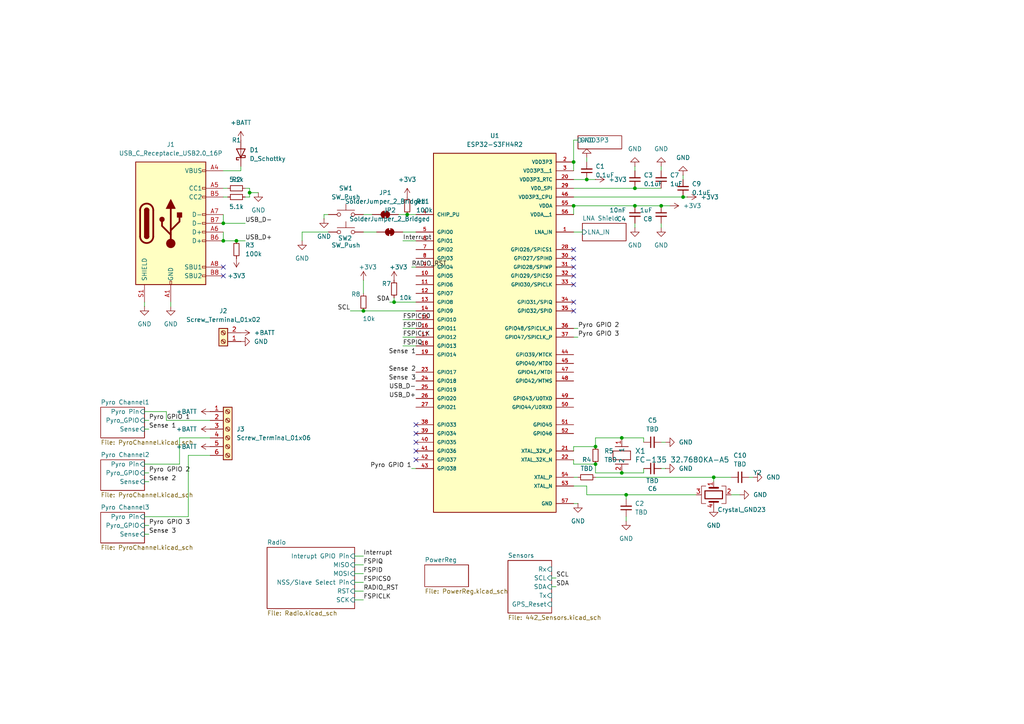
<source format=kicad_sch>
(kicad_sch (version 20250114) (generator "eeschema") (generator_version "9.0")
  (paper "A4")
  (lib_symbols
    (symbol "Connector:Screw_Terminal_01x02" (pin_names (offset 1.016) (hide yes))
      (property "Reference" "J" (at 0 2.54 0))
      (property "Value" "Screw_Terminal_01x02" (at 0 -5.08 0))
      (symbol "Screw_Terminal_01x02_1_1"
        (rectangle (start -1.27 1.27) (end 1.27 -3.81) (stroke (width 0.254)) (fill (type background)))
        (polyline (pts (xy -0.5334 0.3302) (xy 0.3302 -0.508)) (stroke (width 0.1524)))
        (polyline (pts (xy -0.5334 -2.2098) (xy 0.3302 -3.048)) (stroke (width 0.1524)))
        (polyline (pts (xy -0.3556 0.508) (xy 0.508 -0.3302)) (stroke (width 0.1524)))
        (polyline (pts (xy -0.3556 -2.032) (xy 0.508 -2.8702)) (stroke (width 0.1524)))
        (circle (center 0 0) (radius 0.635) (stroke (width 0.1524)))
        (circle (center 0 -2.54) (radius 0.635) (stroke (width 0.1524)))
        (pin passive line (at -5.08 0 0) (length 3.81) (name "Pin_1") (number "1"))
        (pin passive line (at -5.08 -2.54 0) (length 3.81) (name "Pin_2") (number "2"))
      )
    )
    (symbol "Connector:Screw_Terminal_01x06" (pin_names (offset 1.016) (hide yes))
      (property "Reference" "J" (at 0 7.62 0))
      (property "Value" "Screw_Terminal_01x06" (at 0 -10.16 0))
      (symbol "Screw_Terminal_01x06_1_1"
        (rectangle (start -1.27 6.35) (end 1.27 -8.89) (stroke (width 0.254)) (fill (type background)))
        (polyline (pts (xy -0.5334 5.4102) (xy 0.3302 4.572)) (stroke (width 0.1524)))
        (polyline (pts (xy -0.5334 2.8702) (xy 0.3302 2.032)) (stroke (width 0.1524)))
        (polyline (pts (xy -0.5334 0.3302) (xy 0.3302 -0.508)) (stroke (width 0.1524)))
        (polyline (pts (xy -0.5334 -2.2098) (xy 0.3302 -3.048)) (stroke (width 0.1524)))
        (polyline (pts (xy -0.5334 -4.7498) (xy 0.3302 -5.588)) (stroke (width 0.1524)))
        (polyline (pts (xy -0.5334 -7.2898) (xy 0.3302 -8.128)) (stroke (width 0.1524)))
        (polyline (pts (xy -0.3556 5.588) (xy 0.508 4.7498)) (stroke (width 0.1524)))
        (polyline (pts (xy -0.3556 3.048) (xy 0.508 2.2098)) (stroke (width 0.1524)))
        (polyline (pts (xy -0.3556 0.508) (xy 0.508 -0.3302)) (stroke (width 0.1524)))
        (polyline (pts (xy -0.3556 -2.032) (xy 0.508 -2.8702)) (stroke (width 0.1524)))
        (polyline (pts (xy -0.3556 -4.572) (xy 0.508 -5.4102)) (stroke (width 0.1524)))
        (polyline (pts (xy -0.3556 -7.112) (xy 0.508 -7.9502)) (stroke (width 0.1524)))
        (circle (center 0 5.08) (radius 0.635) (stroke (width 0.1524)))
        (circle (center 0 2.54) (radius 0.635) (stroke (width 0.1524)))
        (circle (center 0 0) (radius 0.635) (stroke (width 0.1524)))
        (circle (center 0 -2.54) (radius 0.635) (stroke (width 0.1524)))
        (circle (center 0 -5.08) (radius 0.635) (stroke (width 0.1524)))
        (circle (center 0 -7.62) (radius 0.635) (stroke (width 0.1524)))
        (pin passive line (at -5.08 5.08 0) (length 3.81) (name "Pin_1") (number "1"))
        (pin passive line (at -5.08 2.54 0) (length 3.81) (name "Pin_2") (number "2"))
        (pin passive line (at -5.08 0 0) (length 3.81) (name "Pin_3") (number "3"))
        (pin passive line (at -5.08 -2.54 0) (length 3.81) (name "Pin_4") (number "4"))
        (pin passive line (at -5.08 -5.08 0) (length 3.81) (name "Pin_5") (number "5"))
        (pin passive line (at -5.08 -7.62 0) (length 3.81) (name "Pin_6") (number "6"))
      )
    )
    (symbol "Connector:USB_C_Receptacle_USB2.0_16P" (pin_names (offset 1.016))
      (property "Reference" "J" (at 0 22.225 0))
      (property "Value" "USB_C_Receptacle_USB2.0_16P" (at 0 19.685 0))
      (symbol "USB_C_Receptacle_USB2.0_16P_0_0"
        (rectangle (start -0.254 -17.78) (end 0.254 -16.764))
        (rectangle (start 10.16 15.494) (end 9.144 14.986))
        (rectangle (start 10.16 10.414) (end 9.144 9.906))
        (rectangle (start 10.16 7.874) (end 9.144 7.366))
        (rectangle (start 10.16 2.794) (end 9.144 2.286))
        (rectangle (start 10.16 0.254) (end 9.144 -0.254))
        (rectangle (start 10.16 -2.286) (end 9.144 -2.794))
        (rectangle (start 10.16 -4.826) (end 9.144 -5.334))
        (rectangle (start 10.16 -12.446) (end 9.144 -12.954))
        (rectangle (start 10.16 -14.986) (end 9.144 -15.494))
      )
      (symbol "USB_C_Receptacle_USB2.0_16P_0_1"
        (rectangle (start -10.16 17.78) (end 10.16 -17.78) (stroke (width 0.254)) (fill (type background)))
        (polyline (pts (xy -8.89 -3.81) (xy -8.89 3.81)) (stroke (width 0.508)))
        (rectangle (start -7.62 -3.81) (end -6.35 3.81) (stroke (width 0.254)) (fill (type outline)))
        (arc (start -7.62 3.81) (mid -6.985 4.4423) (end -6.35 3.81) (stroke (width 0.254)))
        (arc (start -7.62 3.81) (mid -6.985 4.4423) (end -6.35 3.81) (stroke (width 0.254)) (fill (type outline)))
        (arc (start -8.89 3.81) (mid -6.985 5.7067) (end -5.08 3.81) (stroke (width 0.508)))
        (arc (start -5.08 -3.81) (mid -6.985 -5.7067) (end -8.89 -3.81) (stroke (width 0.508)))
        (arc (start -6.35 -3.81) (mid -6.985 -4.4423) (end -7.62 -3.81) (stroke (width 0.254)))
        (arc (start -6.35 -3.81) (mid -6.985 -4.4423) (end -7.62 -3.81) (stroke (width 0.254)) (fill (type outline)))
        (polyline (pts (xy -5.08 3.81) (xy -5.08 -3.81)) (stroke (width 0.508)))
        (circle (center -2.54 1.143) (radius 0.635) (stroke (width 0.254)) (fill (type outline)))
        (polyline (pts (xy -1.27 4.318) (xy 0 6.858) (xy 1.27 4.318) (xy -1.27 4.318)) (stroke (width 0.254)) (fill (type outline)))
        (polyline (pts (xy 0 -2.032) (xy 2.54 0.508) (xy 2.54 1.778)) (stroke (width 0.508)))
        (polyline (pts (xy 0 -3.302) (xy -2.54 -0.762) (xy -2.54 0.508)) (stroke (width 0.508)))
        (polyline (pts (xy 0 -5.842) (xy 0 4.318)) (stroke (width 0.508)))
        (circle (center 0 -5.842) (radius 1.27) (fill (type outline)))
        (rectangle (start 1.905 1.778) (end 3.175 3.048) (stroke (width 0.254)) (fill (type outline)))
      )
      (symbol "USB_C_Receptacle_USB2.0_16P_1_1"
        (pin passive line (at -7.62 -22.86 90) (length 5.08) (name "SHIELD") (number "S1"))
        (pin passive line (at 0 -22.86 90) (length 5.08) (name "GND") (number "A1"))
        (pin passive line (at 0 -22.86 90) (length 5.08) (hide yes) (name "GND") (number "A12"))
        (pin passive line (at 0 -22.86 90) (length 5.08) (hide yes) (name "GND") (number "B1"))
        (pin passive line (at 0 -22.86 90) (length 5.08) (hide yes) (name "GND") (number "B12"))
        (pin passive line (at 15.24 15.24 180) (length 5.08) (name "VBUS") (number "A4"))
        (pin passive line (at 15.24 15.24 180) (length 5.08) (hide yes) (name "VBUS") (number "A9"))
        (pin passive line (at 15.24 15.24 180) (length 5.08) (hide yes) (name "VBUS") (number "B4"))
        (pin passive line (at 15.24 15.24 180) (length 5.08) (hide yes) (name "VBUS") (number "B9"))
        (pin bidirectional line (at 15.24 10.16 180) (length 5.08) (name "CC1") (number "A5"))
        (pin bidirectional line (at 15.24 7.62 180) (length 5.08) (name "CC2") (number "B5"))
        (pin bidirectional line (at 15.24 2.54 180) (length 5.08) (name "D-") (number "A7"))
        (pin bidirectional line (at 15.24 0 180) (length 5.08) (name "D-") (number "B7"))
        (pin bidirectional line (at 15.24 -2.54 180) (length 5.08) (name "D+") (number "A6"))
        (pin bidirectional line (at 15.24 -5.08 180) (length 5.08) (name "D+") (number "B6"))
        (pin bidirectional line (at 15.24 -12.7 180) (length 5.08) (name "SBU1") (number "A8"))
        (pin bidirectional line (at 15.24 -15.24 180) (length 5.08) (name "SBU2") (number "B8"))
      )
    )
    (symbol "Device:C_Small" (pin_numbers (hide yes)) (pin_names (offset 0.254) (hide yes))
      (property "Reference" "C" (at 0.254 1.778 0))
      (property "Value" "C_Small" (at 0.254 -2.032 0))
      (symbol "C_Small_0_1"
        (polyline (pts (xy -1.524 0.508) (xy 1.524 0.508)) (stroke (width 0.3048)))
        (polyline (pts (xy -1.524 -0.508) (xy 1.524 -0.508)) (stroke (width 0.3302)))
      )
      (symbol "C_Small_1_1"
        (pin passive line (at 0 2.54 270) (length 2.032) (name "~") (number "1"))
        (pin passive line (at 0 -2.54 90) (length 2.032) (name "~") (number "2"))
      )
    )
    (symbol "Device:Crystal_GND23" (pin_names (offset 1.016) (hide yes))
      (property "Reference" "Y" (at 3.175 5.08 0))
      (property "Value" "Crystal_GND23" (at 3.175 3.175 0))
      (symbol "Crystal_GND23_0_1"
        (polyline (pts (xy -2.54 2.286) (xy -2.54 3.556) (xy 2.54 3.556) (xy 2.54 2.286)))
        (polyline (pts (xy -2.54 0) (xy -2.032 0)))
        (polyline (pts (xy -2.54 -2.286) (xy -2.54 -3.556) (xy 2.54 -3.556) (xy 2.54 -2.286)))
        (polyline (pts (xy -2.032 -1.27) (xy -2.032 1.27)) (stroke (width 0.508)))
        (rectangle (start -1.143 2.54) (end 1.143 -2.54) (stroke (width 0.3048)))
        (polyline (pts (xy 0 3.556) (xy 0 3.81)))
        (polyline (pts (xy 0 -3.81) (xy 0 -3.556)))
        (polyline (pts (xy 2.032 0) (xy 2.54 0)))
        (polyline (pts (xy 2.032 -1.27) (xy 2.032 1.27)) (stroke (width 0.508)))
      )
      (symbol "Crystal_GND23_1_1"
        (pin passive line (at -3.81 0 0) (length 1.27) (name "1") (number "1"))
        (pin passive line (at 0 5.08 270) (length 1.27) (name "2") (number "2"))
        (pin passive line (at 0 -5.08 90) (length 1.27) (name "3") (number "3"))
        (pin passive line (at 3.81 0 180) (length 1.27) (name "4") (number "4"))
      )
    )
    (symbol "Device:D_Schottky" (pin_numbers (hide yes)) (pin_names (offset 1.016) (hide yes))
      (property "Reference" "D" (at 0 2.54 0))
      (property "Value" "D_Schottky" (at 0 -2.54 0))
      (symbol "D_Schottky_0_1"
        (polyline (pts (xy -1.905 0.635) (xy -1.905 1.27) (xy -1.27 1.27) (xy -1.27 -1.27) (xy -0.635 -1.27) (xy -0.635 -0.635)) (stroke (width 0.254)))
        (polyline (pts (xy 1.27 1.27) (xy 1.27 -1.27) (xy -1.27 0) (xy 1.27 1.27)) (stroke (width 0.254)))
        (polyline (pts (xy 1.27 0) (xy -1.27 0)))
      )
      (symbol "D_Schottky_1_1"
        (pin passive line (at -3.81 0 0) (length 2.54) (name "K") (number "1"))
        (pin passive line (at 3.81 0 180) (length 2.54) (name "A") (number "2"))
      )
    )
    (symbol "Device:R_Small" (pin_numbers (hide yes)) (pin_names (offset 0.254) (hide yes))
      (property "Reference" "R" (at 0.762 0.508 0))
      (property "Value" "R_Small" (at 0.762 -1.016 0))
      (symbol "R_Small_0_1"
        (rectangle (start -0.762 1.778) (end 0.762 -1.778) (stroke (width 0.2032)))
      )
      (symbol "R_Small_1_1"
        (pin passive line (at 0 2.54 270) (length 0.762) (name "~") (number "1"))
        (pin passive line (at 0 -2.54 90) (length 0.762) (name "~") (number "2"))
      )
    )
    (symbol "ESP32-S3FH4R2:ESP32-S3FH4R2" (pin_names (offset 1.016))
      (property "Reference" "U" (at -17.78 51.562 0))
      (property "Value" "ESP32-S3FH4R2" (at -17.78 -55.88 0))
      (symbol "ESP32-S3FH4R2_0_0"
        (rectangle (start -17.78 -53.34) (end 17.78 50.8) (stroke (width 0.254)) (fill (type background)))
        (pin input line (at -22.86 33.02 0) (length 5.08) (name "CHIP_PU") (number "4"))
        (pin bidirectional line (at -22.86 27.94 0) (length 5.08) (name "GPIO0") (number "5"))
        (pin bidirectional line (at -22.86 25.4 0) (length 5.08) (name "GPIO1") (number "6"))
        (pin bidirectional line (at -22.86 22.86 0) (length 5.08) (name "GPIO2") (number "7"))
        (pin bidirectional line (at -22.86 20.32 0) (length 5.08) (name "GPIO3") (number "8"))
        (pin bidirectional line (at -22.86 17.78 0) (length 5.08) (name "GPIO4") (number "9"))
        (pin bidirectional line (at -22.86 15.24 0) (length 5.08) (name "GPIO5") (number "10"))
        (pin bidirectional line (at -22.86 12.7 0) (length 5.08) (name "GPIO6") (number "11"))
        (pin bidirectional line (at -22.86 10.16 0) (length 5.08) (name "GPIO7") (number "12"))
        (pin bidirectional line (at -22.86 7.62 0) (length 5.08) (name "GPIO8") (number "13"))
        (pin bidirectional line (at -22.86 5.08 0) (length 5.08) (name "GPIO9") (number "14"))
        (pin bidirectional line (at -22.86 2.54 0) (length 5.08) (name "GPIO10") (number "15"))
        (pin bidirectional line (at -22.86 0 0) (length 5.08) (name "GPIO11") (number "16"))
        (pin bidirectional line (at -22.86 -2.54 0) (length 5.08) (name "GPIO12") (number "17"))
        (pin bidirectional line (at -22.86 -5.08 0) (length 5.08) (name "GPIO13") (number "18"))
        (pin bidirectional line (at -22.86 -7.62 0) (length 5.08) (name "GPIO14") (number "19"))
        (pin bidirectional line (at -22.86 -12.7 0) (length 5.08) (name "GPIO17") (number "23"))
        (pin bidirectional line (at -22.86 -15.24 0) (length 5.08) (name "GPIO18") (number "24"))
        (pin bidirectional line (at -22.86 -17.78 0) (length 5.08) (name "GPIO19") (number "25"))
        (pin bidirectional line (at -22.86 -20.32 0) (length 5.08) (name "GPIO20") (number "26"))
        (pin bidirectional line (at -22.86 -22.86 0) (length 5.08) (name "GPIO21") (number "27"))
        (pin bidirectional line (at -22.86 -27.94 0) (length 5.08) (name "GPIO33") (number "38"))
        (pin bidirectional line (at -22.86 -30.48 0) (length 5.08) (name "GPIO34") (number "39"))
        (pin bidirectional line (at -22.86 -33.02 0) (length 5.08) (name "GPIO35") (number "40"))
        (pin bidirectional line (at -22.86 -35.56 0) (length 5.08) (name "GPIO36") (number "41"))
        (pin bidirectional line (at -22.86 -38.1 0) (length 5.08) (name "GPIO37") (number "42"))
        (pin bidirectional line (at -22.86 -40.64 0) (length 5.08) (name "GPIO38") (number "43"))
        (pin power_in line (at 22.86 48.26 180) (length 5.08) (name "VDD3P3") (number "2"))
        (pin power_in line (at 22.86 45.72 180) (length 5.08) (name "VDD3P3__1") (number "3"))
        (pin power_in line (at 22.86 43.18 180) (length 5.08) (name "VDD3P3_RTC") (number "20"))
        (pin power_in line (at 22.86 40.64 180) (length 5.08) (name "VDD_SPI") (number "29"))
        (pin power_in line (at 22.86 38.1 180) (length 5.08) (name "VDD3P3_CPU") (number "46"))
        (pin power_in line (at 22.86 35.56 180) (length 5.08) (name "VDDA") (number "55"))
        (pin power_in line (at 22.86 33.02 180) (length 5.08) (name "VDDA__1") (number "56"))
        (pin bidirectional line (at 22.86 27.94 180) (length 5.08) (name "LNA_IN") (number "1"))
        (pin bidirectional line (at 22.86 22.86 180) (length 5.08) (name "GPIO26/SPICS1") (number "28"))
        (pin bidirectional line (at 22.86 20.32 180) (length 5.08) (name "GPIO27/SPIHD") (number "30"))
        (pin bidirectional line (at 22.86 17.78 180) (length 5.08) (name "GPIO28/SPIWP") (number "31"))
        (pin bidirectional line (at 22.86 15.24 180) (length 5.08) (name "GPIO29/SPICS0") (number "32"))
        (pin bidirectional line (at 22.86 12.7 180) (length 5.08) (name "GPIO30/SPICLK") (number "33"))
        (pin bidirectional line (at 22.86 7.62 180) (length 5.08) (name "GPIO31/SPIQ") (number "34"))
        (pin bidirectional line (at 22.86 5.08 180) (length 5.08) (name "GPIO32/SPID") (number "35"))
        (pin bidirectional line (at 22.86 0 180) (length 5.08) (name "GPIO48/SPICLK_N") (number "36"))
        (pin bidirectional line (at 22.86 -2.54 180) (length 5.08) (name "GPIO47/SPICLK_P") (number "37"))
        (pin bidirectional line (at 22.86 -7.62 180) (length 5.08) (name "GPIO39/MTCK") (number "44"))
        (pin bidirectional line (at 22.86 -10.16 180) (length 5.08) (name "GPIO40/MTDO") (number "45"))
        (pin bidirectional line (at 22.86 -12.7 180) (length 5.08) (name "GPIO41/MTDI") (number "47"))
        (pin bidirectional line (at 22.86 -15.24 180) (length 5.08) (name "GPIO42/MTMS") (number "48"))
        (pin bidirectional line (at 22.86 -20.32 180) (length 5.08) (name "GPIO43/U0TXD") (number "49"))
        (pin bidirectional line (at 22.86 -22.86 180) (length 5.08) (name "GPIO44/U0RXD") (number "50"))
        (pin bidirectional line (at 22.86 -27.94 180) (length 5.08) (name "GPIO45") (number "51"))
        (pin bidirectional line (at 22.86 -30.48 180) (length 5.08) (name "GPIO46") (number "52"))
        (pin bidirectional line (at 22.86 -35.56 180) (length 5.08) (name "XTAL_32K_P") (number "21"))
        (pin bidirectional line (at 22.86 -38.1 180) (length 5.08) (name "XTAL_32K_N") (number "22"))
        (pin input line (at 22.86 -43.18 180) (length 5.08) (name "XTAL_P") (number "54"))
        (pin output line (at 22.86 -45.72 180) (length 5.08) (name "XTAL_N") (number "53"))
        (pin power_in line (at 22.86 -50.8 180) (length 5.08) (name "GND") (number "57"))
      )
    )
    (symbol "FC_135:FC-135_32.7680KA-A5" (pin_names (offset 0.254))
      (property "Reference" "X1" (at 3.8099 3.81 90))
      (property "Value" "FC-135 32.7680KA-A5" (at 6.3499 3.81 90))
      (symbol "FC-135_32.7680KA-A5_1_1"
        (polyline (pts (xy 2.54 -1.905) (xy 2.54 1.905)) (stroke (width 0.2032)))
        (polyline (pts (xy 3.81 2.54) (xy 6.35 2.54)) (stroke (width 0.2032)))
        (polyline (pts (xy 3.81 -2.54) (xy 3.81 2.54)) (stroke (width 0.2032)))
        (polyline (pts (xy 6.35 2.54) (xy 6.35 -2.54)) (stroke (width 0.2032)))
        (polyline (pts (xy 6.35 -2.54) (xy 3.81 -2.54)) (stroke (width 0.2032)))
        (polyline (pts (xy 7.62 -1.905) (xy 7.62 1.905)) (stroke (width 0.2032)))
        (pin passive line (at 0 0 0) (length 2.54) (name "1") (number "1"))
        (pin passive line (at 10.16 0 180) (length 2.54) (name "2") (number "2"))
      )
      (symbol "FC-135_32.7680KA-A5_1_2"
        (polyline (pts (xy -2.54 6.35) (xy 2.54 6.35)) (stroke (width 0.2032)))
        (polyline (pts (xy -2.54 3.81) (xy -2.54 6.35)) (stroke (width 0.2032)))
        (polyline (pts (xy 1.905 7.62) (xy -1.905 7.62)) (stroke (width 0.2032)))
        (polyline (pts (xy 1.905 2.54) (xy -1.905 2.54)) (stroke (width 0.2032)))
        (polyline (pts (xy 2.54 6.35) (xy 2.54 3.81)) (stroke (width 0.2032)))
        (polyline (pts (xy 2.54 3.81) (xy -2.54 3.81)) (stroke (width 0.2032)))
        (pin unspecified line (at 0 10.16 270) (length 2.54) (name "2") (number "2"))
        (pin unspecified line (at 0 0 90) (length 2.54) (name "1") (number "1"))
      )
    )
    (symbol "Jumper:SolderJumper_2_Bridged" (pin_numbers (hide yes)) (pin_names (offset 0) (hide yes)) (exclude_from_sim yes) (in_bom no)
      (property "Reference" "JP" (at 0 2.032 0))
      (property "Value" "SolderJumper_2_Bridged" (at 0 -2.54 0))
      (symbol "SolderJumper_2_Bridged_0_1"
        (rectangle (start -0.508 0.508) (end 0.508 -0.508) (fill (type outline)))
        (polyline (pts (xy -0.254 1.016) (xy -0.254 -1.016)))
        (arc (start -0.254 -1.016) (mid -1.2656 0) (end -0.254 1.016))
        (arc (start -0.254 -1.016) (mid -1.2656 0) (end -0.254 1.016) (fill (type outline)))
        (arc (start 0.254 1.016) (mid 1.2656 0) (end 0.254 -1.016))
        (arc (start 0.254 1.016) (mid 1.2656 0) (end 0.254 -1.016) (fill (type outline)))
        (polyline (pts (xy 0.254 1.016) (xy 0.254 -1.016)))
      )
      (symbol "SolderJumper_2_Bridged_1_1"
        (pin passive line (at -3.81 0 0) (length 2.54) (name "A") (number "1"))
        (pin passive line (at 3.81 0 180) (length 2.54) (name "B") (number "2"))
      )
    )
    (symbol "Switch:SW_Push" (pin_numbers (hide yes)) (pin_names (offset 1.016) (hide yes))
      (property "Reference" "SW" (at 1.27 2.54 0))
      (property "Value" "SW_Push" (at 0 -1.524 0))
      (symbol "SW_Push_0_1"
        (circle (center -2.032 0) (radius 0.508))
        (polyline (pts (xy 0 1.27) (xy 0 3.048)))
        (circle (center 2.032 0) (radius 0.508))
        (polyline (pts (xy 2.54 1.27) (xy -2.54 1.27)))
        (pin passive line (at -5.08 0 0) (length 2.54) (name "1") (number "1"))
        (pin passive line (at 5.08 0 180) (length 2.54) (name "2") (number "2"))
      )
    )
    (symbol "power:+3V3" (power) (pin_numbers (hide yes)) (pin_names (offset 0) (hide yes))
      (property "Value" "+3V3" (at 0 3.556 0))
      (symbol "+3V3_0_1"
        (polyline (pts (xy -0.762 1.27) (xy 0 2.54)))
        (polyline (pts (xy 0 2.54) (xy 0.762 1.27)))
        (polyline (pts (xy 0 0) (xy 0 2.54)))
      )
      (symbol "+3V3_1_1"
        (pin power_in line (at 0 0 90) (length 0) (name "~") (number "1"))
      )
    )
    (symbol "power:+BATT" (power) (pin_numbers (hide yes)) (pin_names (offset 0) (hide yes))
      (property "Value" "+BATT" (at 0 3.556 0))
      (symbol "+BATT_0_1"
        (polyline (pts (xy -0.762 1.27) (xy 0 2.54)))
        (polyline (pts (xy 0 2.54) (xy 0.762 1.27)))
        (polyline (pts (xy 0 0) (xy 0 2.54)))
      )
      (symbol "+BATT_1_1"
        (pin power_in line (at 0 0 90) (length 0) (name "~") (number "1"))
      )
    )
    (symbol "power:GND" (power) (pin_numbers (hide yes)) (pin_names (offset 0) (hide yes))
      (property "Value" "GND" (at 0 -3.81 0))
      (symbol "GND_0_1"
        (polyline (pts (xy 0 0) (xy 0 -1.27) (xy 1.27 -1.27) (xy 0 -2.54) (xy -1.27 -1.27) (xy 0 -1.27)))
      )
      (symbol "GND_1_1"
        (pin power_in line (at 0 0 270) (length 0) (name "~") (number "1"))
      )
    )
  )
  (junction (at 118.11 62.23))
  (junction (at 181.61 143.51))
  (junction (at 105.41 90.17))
  (junction (at 72.39 55.88))
  (junction (at 172.72 129.54))
  (junction (at 191.77 59.69))
  (junction (at 184.15 54.61))
  (junction (at 68.58 69.85))
  (junction (at 172.72 134.62))
  (junction (at 207.01 138.43))
  (junction (at 64.77 69.85))
  (junction (at 114.3 87.63))
  (junction (at 170.18 52.07))
  (junction (at 180.34 127))
  (junction (at 184.15 59.69))
  (junction (at 64.77 64.77))
  (junction (at 198.12 57.15))
  (junction (at 166.37 46.99))
  (junction (at 180.34 137.16))
  (junction (at 166.37 59.69))
  (no_connect (at 166.37 74.93))
  (no_connect (at 166.37 87.63))
  (no_connect (at 120.65 123.19))
  (no_connect (at 64.77 80.01))
  (no_connect (at 120.65 125.73))
  (no_connect (at 166.37 72.39))
  (no_connect (at 120.65 133.35))
  (no_connect (at 120.65 128.27))
  (no_connect (at 120.65 130.81))
  (no_connect (at 166.37 90.17))
  (no_connect (at 64.77 77.47))
  (no_connect (at 166.37 77.47))
  (no_connect (at 166.37 80.01))
  (no_connect (at 166.37 82.55))
  (wire (pts (xy 166.37 54.61) (xy 184.15 54.61)))
  (wire (pts (xy 41.91 119.38) (xy 48.26 119.38)))
  (wire (pts (xy 105.41 67.31) (xy 109.22 67.31)))
  (wire (pts (xy 71.12 57.15) (xy 72.39 57.15)))
  (wire (pts (xy 191.77 59.69) (xy 194.31 59.69)))
  (wire (pts (xy 48.26 119.38) (xy 48.26 121.92)))
  (wire (pts (xy 54.61 149.86) (xy 54.61 132.08)))
  (wire (pts (xy 160.02 167.64) (xy 161.29 167.64)))
  (wire (pts (xy 186.69 128.27) (xy 186.69 127)))
  (wire (pts (xy 72.39 55.88) (xy 72.39 54.61)))
  (wire (pts (xy 41.91 87.63) (xy 41.91 88.9)))
  (wire (pts (xy 54.61 132.08) (xy 60.96 132.08)))
  (wire (pts (xy 115.57 62.23) (xy 118.11 62.23)))
  (wire (pts (xy 166.37 52.07) (xy 170.18 52.07)))
  (wire (pts (xy 64.77 57.15) (xy 66.04 57.15)))
  (wire (pts (xy 102.87 166.37) (xy 105.41 166.37)))
  (wire (pts (xy 180.34 137.16) (xy 186.69 137.16)))
  (wire (pts (xy 102.87 173.99) (xy 105.41 173.99)))
  (wire (pts (xy 166.37 146.05) (xy 167.64 146.05)))
  (wire (pts (xy 64.77 67.31) (xy 64.77 69.85)))
  (wire (pts (xy 184.15 48.26) (xy 184.15 49.53)))
  (wire (pts (xy 116.84 97.79) (xy 120.65 97.79)))
  (wire (pts (xy 116.84 92.71) (xy 120.65 92.71)))
  (wire (pts (xy 64.77 54.61) (xy 66.04 54.61)))
  (wire (pts (xy 41.91 137.16) (xy 43.18 137.16)))
  (wire (pts (xy 119.38 135.89) (xy 120.65 135.89)))
  (wire (pts (xy 166.37 97.79) (xy 167.64 97.79)))
  (wire (pts (xy 184.15 54.61) (xy 191.77 54.61)))
  (wire (pts (xy 72.39 54.61) (xy 71.12 54.61)))
  (wire (pts (xy 95.25 62.23) (xy 93.98 62.23)))
  (wire (pts (xy 184.15 66.04) (xy 184.15 64.77)))
  (wire (pts (xy 41.91 154.94) (xy 43.18 154.94)))
  (wire (pts (xy 102.87 161.29) (xy 105.41 161.29)))
  (wire (pts (xy 172.72 127) (xy 180.34 127)))
  (wire (pts (xy 191.77 135.89) (xy 193.04 135.89)))
  (wire (pts (xy 166.37 67.31) (xy 168.91 67.31)))
  (wire (pts (xy 101.6 90.17) (xy 105.41 90.17)))
  (wire (pts (xy 41.91 139.7) (xy 43.18 139.7)))
  (wire (pts (xy 207.01 139.7) (xy 207.01 138.43)))
  (wire (pts (xy 217.17 138.43) (xy 218.44 138.43)))
  (wire (pts (xy 41.91 121.92) (xy 43.18 121.92)))
  (wire (pts (xy 116.84 95.25) (xy 120.65 95.25)))
  (wire (pts (xy 166.37 57.15) (xy 198.12 57.15)))
  (wire (pts (xy 72.39 57.15) (xy 72.39 55.88)))
  (wire (pts (xy 166.37 134.62) (xy 172.72 134.62)))
  (wire (pts (xy 161.29 170.18) (xy 160.02 170.18)))
  (wire (pts (xy 113.03 87.63) (xy 114.3 87.63)))
  (wire (pts (xy 105.41 90.17) (xy 120.65 90.17)))
  (wire (pts (xy 64.77 64.77) (xy 71.12 64.77)))
  (wire (pts (xy 116.84 100.33) (xy 120.65 100.33)))
  (wire (pts (xy 41.91 124.46) (xy 43.18 124.46)))
  (wire (pts (xy 170.18 140.97) (xy 166.37 140.97)))
  (wire (pts (xy 166.37 40.64) (xy 166.37 46.99)))
  (wire (pts (xy 191.77 128.27) (xy 193.04 128.27)))
  (wire (pts (xy 64.77 69.85) (xy 68.58 69.85)))
  (wire (pts (xy 172.72 127) (xy 172.72 129.54)))
  (wire (pts (xy 114.3 86.36) (xy 114.3 87.63)))
  (wire (pts (xy 172.72 138.43) (xy 207.01 138.43)))
  (wire (pts (xy 170.18 143.51) (xy 181.61 143.51)))
  (wire (pts (xy 69.85 48.26) (xy 69.85 49.53)))
  (wire (pts (xy 166.37 138.43) (xy 167.64 138.43)))
  (wire (pts (xy 166.37 46.99) (xy 166.37 49.53)))
  (wire (pts (xy 102.87 168.91) (xy 105.41 168.91)))
  (wire (pts (xy 119.38 77.47) (xy 120.65 77.47)))
  (wire (pts (xy 48.26 121.92) (xy 60.96 121.92)))
  (wire (pts (xy 166.37 130.81) (xy 166.37 129.54)))
  (wire (pts (xy 186.69 135.89) (xy 186.69 137.16)))
  (wire (pts (xy 198.12 50.8) (xy 198.12 52.07)))
  (wire (pts (xy 49.53 87.63) (xy 49.53 88.9)))
  (wire (pts (xy 93.98 62.23) (xy 93.98 63.5)))
  (wire (pts (xy 105.41 85.09) (xy 105.41 81.28)))
  (wire (pts (xy 116.84 69.85) (xy 120.65 69.85)))
  (wire (pts (xy 172.72 137.16) (xy 180.34 137.16)))
  (wire (pts (xy 68.58 69.85) (xy 71.12 69.85)))
  (wire (pts (xy 181.61 149.86) (xy 181.61 151.13)))
  (wire (pts (xy 170.18 143.51) (xy 170.18 140.97)))
  (wire (pts (xy 212.09 143.51) (xy 214.63 143.51)))
  (wire (pts (xy 52.07 127) (xy 60.96 127)))
  (wire (pts (xy 41.91 152.4) (xy 43.18 152.4)))
  (wire (pts (xy 64.77 49.53) (xy 69.85 49.53)))
  (wire (pts (xy 170.18 52.07) (xy 172.72 52.07)))
  (wire (pts (xy 95.25 67.31) (xy 87.63 67.31)))
  (wire (pts (xy 207.01 138.43) (xy 212.09 138.43)))
  (wire (pts (xy 166.37 129.54) (xy 172.72 129.54)))
  (wire (pts (xy 191.77 59.69) (xy 184.15 59.69)))
  (wire (pts (xy 118.11 62.23) (xy 120.65 62.23)))
  (wire (pts (xy 52.07 134.62) (xy 52.07 127)))
  (wire (pts (xy 170.18 45.72) (xy 170.18 46.99)))
  (wire (pts (xy 41.91 134.62) (xy 52.07 134.62)))
  (wire (pts (xy 191.77 66.04) (xy 191.77 64.77)))
  (wire (pts (xy 166.37 95.25) (xy 167.64 95.25)))
  (wire (pts (xy 102.87 171.45) (xy 105.41 171.45)))
  (wire (pts (xy 41.91 149.86) (xy 54.61 149.86)))
  (wire (pts (xy 181.61 143.51) (xy 201.93 143.51)))
  (wire (pts (xy 166.37 59.69) (xy 166.37 62.23)))
  (wire (pts (xy 116.84 67.31) (xy 120.65 67.31)))
  (wire (pts (xy 166.37 59.69) (xy 184.15 59.69)))
  (wire (pts (xy 198.12 57.15) (xy 199.39 57.15)))
  (wire (pts (xy 64.77 62.23) (xy 64.77 64.77)))
  (wire (pts (xy 172.72 134.62) (xy 172.72 137.16)))
  (wire (pts (xy 87.63 67.31) (xy 87.63 69.85)))
  (wire (pts (xy 191.77 48.26) (xy 191.77 49.53)))
  (wire (pts (xy 72.39 55.88) (xy 74.93 55.88)))
  (wire (pts (xy 181.61 143.51) (xy 181.61 144.78)))
  (wire (pts (xy 167.64 40.64) (xy 166.37 40.64)))
  (wire (pts (xy 114.3 87.63) (xy 120.65 87.63)))
  (wire (pts (xy 102.87 163.83) (xy 105.41 163.83)))
  (wire (pts (xy 166.37 133.35) (xy 166.37 134.62)))
  (wire (pts (xy 180.34 127) (xy 186.69 127)))
  (wire (pts (xy 105.41 62.23) (xy 107.95 62.23)))
  (label "SDA" (at 113.03 87.63 180))
  (label "FSPICLK" (at 105.41 173.99 0))
  (label "Sense 2" (at 43.18 139.7 0))
  (label "SCL" (at 161.29 167.64 0))
  (label "USB_D+" (at 71.12 69.85 0))
  (label "FSPID" (at 105.41 166.37 0))
  (label "Sense 1" (at 43.18 124.46 0))
  (label "Interrupt" (at 105.41 161.29 0))
  (label "Pyro GPIO 2" (at 167.64 95.25 0))
  (label "RADIO_RST" (at 105.41 171.45 0))
  (label "Pyro GPIO 1" (at 43.18 121.92 0))
  (label "Pyro GPIO 1" (at 119.38 135.89 180))
  (label "FSPICLK" (at 116.84 97.79 0))
  (label "USB_D+" (at 120.65 115.57 180))
  (label "SCL" (at 101.6 90.17 180))
  (label "FSPICS0" (at 105.41 168.91 0))
  (label "Pyro GPIO 3" (at 167.64 97.79 0))
  (label "FSPICS0" (at 116.84 92.71 0))
  (label "USB_D-" (at 120.65 113.03 180))
  (label "Sense 2" (at 120.65 107.95 180))
  (label "Interrupt" (at 116.84 69.85 0))
  (label "Sense 1" (at 120.65 102.87 180))
  (label "Pyro GPIO 2" (at 43.18 137.16 0))
  (label "SDA" (at 161.29 170.18 0))
  (label "FSPIQ" (at 105.41 163.83 0))
  (label "RADIO_RST" (at 119.38 77.47 0))
  (label "Pyro GPIO 3" (at 43.18 152.4 0))
  (label "Sense 3" (at 120.65 110.49 180))
  (label "FSPID" (at 116.84 95.25 0))
  (label "USB_D-" (at 71.12 64.77 0))
  (label "FSPIQ" (at 116.84 100.33 0))
  (label "Sense 3" (at 43.18 154.94 0))
  (symbol (lib_id "power:GND") (at 218.44 138.43 90) (unit 1)
    (property "Reference" "#PWR023" (effects (hide yes)))
    (property "Value" "GND" (at 222.25 138.4299 90) (effects (justify right)))
    (property "Description" "Power symbol creates a global label with name \"GND\" , ground" (effects (hide yes)))
  )
  (symbol (lib_id "Device:D_Schottky") (at 69.85 44.45 90) (unit 1)
    (property "Reference" "D1" (at 72.39 43.4974 90) (effects (justify right)))
    (property "Value" "D_Schottky" (at 72.39 46.0374 90) (effects (justify right)))
    (property "Description" "Schottky diode" (effects (hide yes)))
  )
  (symbol (lib_id "power:GND") (at 41.91 88.9 0) (unit 1)
    (property "Reference" "#PWR01" (effects (hide yes)))
    (property "Value" "GND" (at 41.91 93.98 0))
    (property "Description" "Power symbol creates a global label with name \"GND\" , ground" (effects (hide yes)))
  )
  (symbol (lib_id "Jumper:SolderJumper_2_Bridged") (at 113.03 67.31 0) (unit 1) (exclude_from_sim yes) (in_bom no)
    (property "Reference" "JP2" (at 113.03 60.96 0))
    (property "Value" "SolderJumper_2_Bridged" (at 113.03 63.5 0))
    (property "Footprint" "Jumper:SolderJumper-2_P1.3mm_Bridged_RoundedPad1.0x1.5mm" (effects (hide yes)))
    (property "Description" "Solder Jumper, 2-pole, closed/bridged" (effects (hide yes)))
  )
  (symbol (lib_id "Device:C_Small") (at 170.18 49.53 180) (unit 1)
    (property "Reference" "C1" (at 172.72 48.2535 0) (effects (justify right)))
    (property "Value" "0.1uF" (at 172.72 50.7935 0) (effects (justify right)))
    (property "Footprint" "Capacitor_SMD:C_0402_1005Metric" (effects (hide yes)))
    (property "Description" "Unpolarized capacitor, small symbol" (effects (hide yes)))
  )
  (symbol (lib_id "power:+3V3") (at 68.58 74.93 180) (unit 1)
    (property "Reference" "#PWR03" (effects (hide yes)))
    (property "Value" "+3V3" (at 68.58 80.01 0))
    (property "Description" "Power symbol creates a global label with name \"+3V3\"" (effects (hide yes)))
  )
  (symbol (lib_id "ESP32-S3FH4R2:ESP32-S3FH4R2") (at 143.51 95.25 0) (unit 1)
    (property "Reference" "U1" (at 143.51 39.37 0))
    (property "Value" "ESP32-S3FH4R2" (at 143.51 41.91 0))
    (property "Footprint" "S3FH4R2:QFN40P700X700X90-57N" (effects (hide yes)))
    (property "PARTREV" "1.8mm" (effects (hide yes)))
    (property "STANDARD" "IPC-7351B" (effects (hide yes)))
    (property "MAXIMUM_PACKAGE_HEIGHT" "0.9mm" (effects (hide yes)))
    (property "MANUFACTURER" "Espressif Systems" (effects (hide yes)))
  )
  (symbol (lib_id "power:GND") (at 69.85 99.06 90) (unit 1)
    (property "Reference" "#PWR06" (effects (hide yes)))
    (property "Value" "GND" (at 73.66 99.0599 90) (effects (justify right)))
    (property "Description" "Power symbol creates a global label with name \"GND\" , ground" (effects (hide yes)))
  )
  (symbol (lib_id "Connector:Screw_Terminal_01x06") (at 66.04 124.46 0) (unit 1)
    (property "Reference" "J3" (at 68.58 124.4599 0) (effects (justify left)))
    (property "Value" "Screw_Terminal_01x06" (at 68.58 126.9999 0) (effects (justify left)))
    (property "Footprint" "OSTVN06A150:CONN_OSTVN06A150_OST" (effects (hide yes)))
    (property "Description" "Generic screw terminal, single row, 01x06, script generated (kicad-library-utils/schlib/autogen/connector/)" (effects (hide yes)))
  )
  (symbol (lib_id "Device:R_Small") (at 105.41 87.63 0) (unit 1)
    (property "Reference" "R8" (at 101.854 85.344 0) (effects (justify left)))
    (property "Value" "10k" (at 105.156 92.456 0) (effects (justify left)))
    (property "Footprint" "Resistor_SMD:R_0402_1005Metric" (effects (hide yes)))
    (property "Description" "Resistor, small symbol" (effects (hide yes)))
  )
  (symbol (lib_id "power:+3V3") (at 194.31 59.69 270) (unit 1)
    (property "Reference" "#PWR018" (effects (hide yes)))
    (property "Value" "+3V3" (at 198.12 59.6899 90) (effects (justify left)))
    (property "Description" "Power symbol creates a global label with name \"+3V3\"" (effects (hide yes)))
  )
  (symbol (lib_id "power:+BATT") (at 69.85 40.64 0) (unit 1)
    (property "Reference" "#PWR04" (effects (hide yes)))
    (property "Value" "+BATT" (at 69.85 35.56 0))
    (property "Description" "Power symbol creates a global label with name \"+BATT\"" (effects (hide yes)))
  )
  (symbol (lib_id "power:+3V3") (at 105.41 81.28 0) (unit 1)
    (property "Reference" "#PWR076" (effects (hide yes)))
    (property "Value" "+3V3" (at 106.68 77.47 0))
    (property "Description" "Power symbol creates a global label with name \"+3V3\"" (effects (hide yes)))
  )
  (symbol (lib_id "power:+BATT") (at 60.96 124.46 90) (unit 1)
    (property "Reference" "#PWR074" (effects (hide yes)))
    (property "Value" "+BATT" (at 57.15 124.4599 90) (effects (justify left)))
    (property "Description" "Power symbol creates a global label with name \"+BATT\"" (effects (hide yes)))
  )
  (symbol (lib_id "power:GND") (at 193.04 128.27 90) (unit 1)
    (property "Reference" "#PWR016" (effects (hide yes)))
    (property "Value" "GND" (at 196.85 128.2699 90) (effects (justify right)))
    (property "Description" "Power symbol creates a global label with name \"GND\" , ground" (effects (hide yes)))
  )
  (symbol (lib_id "Device:C_Small") (at 189.23 135.89 90) (unit 1)
    (property "Reference" "C6" (at 189.23 141.732 90))
    (property "Value" "TBD" (at 189.23 139.446 90))
    (property "Footprint" "Capacitor_SMD:C_0402_1005Metric" (effects (hide yes)))
    (property "Description" "Unpolarized capacitor, small symbol" (effects (hide yes)))
  )
  (symbol (lib_id "Device:C_Small") (at 214.63 138.43 90) (unit 1)
    (property "Reference" "C10" (at 214.6363 132.08 90))
    (property "Value" "TBD" (at 214.6363 134.62 90))
    (property "Footprint" "Capacitor_SMD:C_0402_1005Metric" (effects (hide yes)))
    (property "Description" "Unpolarized capacitor, small symbol" (effects (hide yes)))
  )
  (symbol (lib_id "Device:C_Small") (at 184.15 62.23 0) (unit 1)
    (property "Reference" "C4" (at 181.61 63.5065 0) (effects (justify right)))
    (property "Value" "10nF" (at 181.61 60.9665 0) (effects (justify right)))
    (property "Footprint" "Capacitor_SMD:C_0402_1005Metric" (effects (hide yes)))
    (property "Description" "Unpolarized capacitor, small symbol" (effects (hide yes)))
  )
  (symbol (lib_id "power:+BATT") (at 60.96 129.54 90) (unit 1)
    (property "Reference" "#PWR075" (effects (hide yes)))
    (property "Value" "+BATT" (at 57.15 129.5399 90) (effects (justify left)))
    (property "Description" "Power symbol creates a global label with name \"+BATT\"" (effects (hide yes)))
  )
  (symbol (lib_id "Switch:SW_Push") (at 100.33 67.31 0) (unit 1)
    (property "Reference" "SW2" (at 100.076 69.088 0))
    (property "Value" "SW_Push" (at 100.33 71.12 0))
    (property "Footprint" "Button_Switch_SMD:SW_SPST_PTS810" (effects (hide yes)))
    (property "Description" "Push button switch, generic, two pins" (effects (hide yes)))
  )
  (symbol (lib_id "power:GND") (at 49.53 88.9 0) (unit 1)
    (property "Reference" "#PWR02" (effects (hide yes)))
    (property "Value" "GND" (at 49.53 93.98 0))
    (property "Description" "Power symbol creates a global label with name \"GND\" , ground" (effects (hide yes)))
  )
  (symbol (lib_id "FC_135:FC-135_32.7680KA-A5") (at 180.34 127 270) (unit 1)
    (property "Reference" "X1" (at 184.15 130.8099 90) (effects (font (size 1.524 1.524)) (justify left)))
    (property "Value" "FC-135 32.7680KA-A5" (at 184.15 133.3499 90) (effects (font (size 1.524 1.524)) (justify left)))
    (property "Footprint" "FC-135:XTAL_FC-135_EPS" (effects (hide yes)))
    (property "Datasheet" "FC-135 32.7680KA-A5" (effects (hide yes)))
  )
  (symbol (lib_id "power:+3V3") (at 118.11 57.15 0) (unit 1)
    (property "Reference" "#PWR044" (effects (hide yes)))
    (property "Value" "+3V3" (at 118.11 52.07 0))
    (property "Description" "Power symbol creates a global label with name \"+3V3\"" (effects (hide yes)))
  )
  (symbol (lib_id "power:+3V3") (at 199.39 57.15 270) (unit 1)
    (property "Reference" "#PWR020" (effects (hide yes)))
    (property "Value" "+3V3" (at 203.2 57.1499 90) (effects (justify left)))
    (property "Description" "Power symbol creates a global label with name \"+3V3\"" (effects (hide yes)))
  )
  (symbol (lib_id "Connector:USB_C_Receptacle_USB2.0_16P") (at 49.53 64.77 0) (unit 1)
    (property "Reference" "J1" (at 49.53 41.91 0))
    (property "Value" "USB_C_Receptacle_USB2.0_16P" (at 49.53 44.45 0))
    (property "Footprint" "Connector_USB:USB_C_Receptacle_JAE_DX07S016JA1R1500" (effects (hide yes)))
    (property "Datasheet" "https://jlcpcb.com/api/file/downloadByFileSystemAccessId/8589784508607737856" (effects (hide yes)))
    (property "Description" "USB 2.0-only 16P Type-C Receptacle connector" (effects (hide yes)))
  )
  (symbol (lib_id "power:+BATT") (at 69.85 96.52 270) (unit 1)
    (property "Reference" "#PWR05" (effects (hide yes)))
    (property "Value" "+BATT" (at 73.66 96.5199 90) (effects (justify left)))
    (property "Description" "Power symbol creates a global label with name \"+BATT\"" (effects (hide yes)))
  )
  (symbol (lib_id "power:+BATT") (at 60.96 119.38 90) (unit 1)
    (property "Reference" "#PWR073" (effects (hide yes)))
    (property "Value" "+BATT" (at 57.15 119.3799 90) (effects (justify left)))
    (property "Description" "Power symbol creates a global label with name \"+BATT\"" (effects (hide yes)))
  )
  (symbol (lib_id "power:GND") (at 214.63 143.51 90) (unit 1)
    (property "Reference" "#PWR022" (effects (hide yes)))
    (property "Value" "GND" (at 218.44 143.5099 90) (effects (justify right)))
    (property "Description" "Power symbol creates a global label with name \"GND\" , ground" (effects (hide yes)))
  )
  (symbol (lib_id "Device:C_Small") (at 184.15 52.07 180) (unit 1)
    (property "Reference" "C3" (at 186.69 50.7935 0) (effects (justify right)))
    (property "Value" "0.1uF" (at 186.69 53.3335 0) (effects (justify right)))
    (property "Footprint" "Capacitor_SMD:C_0402_1005Metric" (effects (hide yes)))
    (property "Description" "Unpolarized capacitor, small symbol" (effects (hide yes)))
  )
  (symbol (lib_id "power:GND") (at 167.64 146.05 0) (unit 1)
    (property "Reference" "#PWR08" (effects (hide yes)))
    (property "Value" "GND" (at 167.64 151.13 0))
    (property "Description" "Power symbol creates a global label with name \"GND\" , ground" (effects (hide yes)))
  )
  (symbol (lib_id "power:GND") (at 198.12 50.8 180) (unit 1)
    (property "Reference" "#PWR019" (effects (hide yes)))
    (property "Value" "GND" (at 198.12 45.72 0))
    (property "Description" "Power symbol creates a global label with name \"GND\" , ground" (effects (hide yes)))
  )
  (symbol (lib_id "Device:C_Small") (at 191.77 52.07 180) (unit 1)
    (property "Reference" "C7" (at 194.31 50.7935 0) (effects (justify right)))
    (property "Value" "1uF" (at 194.31 53.3335 0) (effects (justify right)))
    (property "Footprint" "Capacitor_SMD:C_0402_1005Metric" (effects (hide yes)))
    (property "Description" "Unpolarized capacitor, small symbol" (effects (hide yes)))
  )
  (symbol (lib_id "Device:R_Small") (at 68.58 72.39 0) (unit 1)
    (property "Reference" "R3" (at 71.12 71.1199 0) (effects (justify left)))
    (property "Value" "100k" (at 71.12 73.6599 0) (effects (justify left)))
    (property "Footprint" "Resistor_SMD:R_0402_1005Metric" (effects (hide yes)))
    (property "Description" "Resistor, small symbol" (effects (hide yes)))
  )
  (symbol (lib_id "power:GND") (at 184.15 48.26 180) (unit 1)
    (property "Reference" "#PWR012" (effects (hide yes)))
    (property "Value" "GND" (at 184.15 43.18 0))
    (property "Description" "Power symbol creates a global label with name \"GND\" , ground" (effects (hide yes)))
  )
  (symbol (lib_id "power:GND") (at 93.98 63.5 0) (unit 1)
    (property "Reference" "#PWR047" (effects (hide yes)))
    (property "Value" "GND" (at 93.98 68.58 0))
    (property "Description" "Power symbol creates a global label with name \"GND\" , ground" (effects (hide yes)))
  )
  (symbol (lib_id "power:+3V3") (at 172.72 52.07 270) (unit 1)
    (property "Reference" "#PWR010" (effects (hide yes)))
    (property "Value" "+3V3" (at 176.53 52.0699 90) (effects (justify left)))
    (property "Description" "Power symbol creates a global label with name \"+3V3\"" (effects (hide yes)))
  )
  (symbol (lib_id "power:GND") (at 207.01 147.32 0) (unit 1)
    (property "Reference" "#PWR021" (effects (hide yes)))
    (property "Value" "GND" (at 207.01 152.4 0))
    (property "Description" "Power symbol creates a global label with name \"GND\" , ground" (effects (hide yes)))
  )
  (symbol (lib_id "power:GND") (at 191.77 48.26 180) (unit 1)
    (property "Reference" "#PWR014" (effects (hide yes)))
    (property "Value" "GND" (at 191.77 43.18 0))
    (property "Description" "Power symbol creates a global label with name \"GND\" , ground" (effects (hide yes)))
  )
  (symbol (lib_id "Connector:Screw_Terminal_01x02") (at 64.77 99.06 180) (unit 1)
    (property "Reference" "J2" (at 64.77 90.17 0))
    (property "Value" "Screw_Terminal_01x02" (at 64.77 92.71 0))
    (property "Footprint" "OSTVN02A150:CONN_OSTVN02A150_OST" (effects (hide yes)))
    (property "Description" "Generic screw terminal, single row, 01x02, script generated (kicad-library-utils/schlib/autogen/connector/)" (effects (hide yes)))
  )
  (symbol (lib_id "Device:C_Small") (at 198.12 54.61 180) (unit 1)
    (property "Reference" "C9" (at 200.66 53.3335 0) (effects (justify right)))
    (property "Value" "0.1uF" (at 200.66 55.8735 0) (effects (justify right)))
    (property "Footprint" "Capacitor_SMD:C_0402_1005Metric" (effects (hide yes)))
    (property "Description" "Unpolarized capacitor, small symbol" (effects (hide yes)))
  )
  (symbol (lib_id "power:GND") (at 87.63 69.85 0) (unit 1)
    (property "Reference" "#PWR052" (effects (hide yes)))
    (property "Value" "GND" (at 87.63 74.93 0))
    (property "Description" "Power symbol creates a global label with name \"GND\" , ground" (effects (hide yes)))
  )
  (symbol (lib_id "Device:R_Small") (at 114.3 83.82 0) (unit 1)
    (property "Reference" "R7" (at 110.744 82.296 0) (effects (justify left)))
    (property "Value" "10k" (at 115.824 86.36 0) (effects (justify left)))
    (property "Footprint" "Resistor_SMD:R_0402_1005Metric" (effects (hide yes)))
    (property "Description" "Resistor, small symbol" (effects (hide yes)))
  )
  (symbol (lib_id "Jumper:SolderJumper_2_Bridged") (at 111.76 62.23 0) (unit 1) (exclude_from_sim yes) (in_bom no)
    (property "Reference" "JP1" (at 111.76 55.88 0))
    (property "Value" "SolderJumper_2_Bridged" (at 111.76 58.42 0))
    (property "Footprint" "Jumper:SolderJumper-2_P1.3mm_Bridged_RoundedPad1.0x1.5mm" (effects (hide yes)))
    (property "Description" "Solder Jumper, 2-pole, closed/bridged" (effects (hide yes)))
  )
  (symbol (lib_id "Switch:SW_Push") (at 100.33 62.23 0) (unit 1)
    (property "Reference" "SW1" (at 100.33 54.61 0))
    (property "Value" "SW_Push" (at 100.33 57.15 0))
    (property "Footprint" "Button_Switch_SMD:SW_SPST_PTS810" (effects (hide yes)))
    (property "Description" "Push button switch, generic, two pins" (effects (hide yes)))
  )
  (symbol (lib_id "Device:R_Small") (at 68.58 54.61 90) (unit 1)
    (property "Reference" "R1" (at 68.58 40.64 90))
    (property "Value" "5.1k" (at 68.58 52.07 90))
    (property "Footprint" "Resistor_SMD:R_0402_1005Metric" (effects (hide yes)))
    (property "Description" "Resistor, small symbol" (effects (hide yes)))
  )
  (symbol (lib_id "Device:R_Small") (at 170.18 138.43 90) (unit 1)
    (property "Reference" "R4" (at 170.18 133.35 90))
    (property "Value" "TBD" (at 170.18 135.89 90))
    (property "Footprint" "Capacitor_SMD:C_0402_1005Metric" (effects (hide yes)))
    (property "Description" "Resistor, small symbol" (effects (hide yes)))
  )
  (symbol (lib_id "power:GND") (at 170.18 45.72 180) (unit 1)
    (property "Reference" "#PWR09" (effects (hide yes)))
    (property "Value" "GND" (at 170.18 40.64 0))
    (property "Description" "Power symbol creates a global label with name \"GND\" , ground" (effects (hide yes)))
  )
  (symbol (lib_id "power:GND") (at 181.61 151.13 0) (unit 1)
    (property "Reference" "#PWR011" (effects (hide yes)))
    (property "Value" "GND" (at 181.61 156.21 0))
    (property "Description" "Power symbol creates a global label with name \"GND\" , ground" (effects (hide yes)))
  )
  (symbol (lib_id "power:GND") (at 193.04 135.89 90) (unit 1)
    (property "Reference" "#PWR017" (effects (hide yes)))
    (property "Value" "GND" (at 196.85 135.8899 90) (effects (justify right)))
    (property "Description" "Power symbol creates a global label with name \"GND\" , ground" (effects (hide yes)))
  )
  (symbol (lib_id "Device:C_Small") (at 189.23 128.27 90) (unit 1)
    (property "Reference" "C5" (at 189.2363 121.92 90))
    (property "Value" "TBD" (at 189.2363 124.46 90))
    (property "Footprint" "Capacitor_SMD:C_0402_1005Metric" (effects (hide yes)))
    (property "Description" "Unpolarized capacitor, small symbol" (effects (hide yes)))
  )
  (symbol (lib_id "power:GND") (at 184.15 66.04 0) (unit 1)
    (property "Reference" "#PWR013" (effects (hide yes)))
    (property "Value" "GND" (at 184.15 71.12 0))
    (property "Description" "Power symbol creates a global label with name \"GND\" , ground" (effects (hide yes)))
  )
  (symbol (lib_id "power:GND") (at 191.77 66.04 0) (unit 1)
    (property "Reference" "#PWR015" (effects (hide yes)))
    (property "Value" "GND" (at 191.77 71.12 0))
    (property "Description" "Power symbol creates a global label with name \"GND\" , ground" (effects (hide yes)))
  )
  (symbol (lib_id "power:+3V3") (at 114.3 81.28 0) (unit 1)
    (property "Reference" "#PWR077" (effects (hide yes)))
    (property "Value" "+3V3" (at 115.57 77.47 0))
    (property "Description" "Power symbol creates a global label with name \"+3V3\"" (effects (hide yes)))
  )
  (symbol (lib_id "Device:Crystal_GND23") (at 207.01 143.51 270) (unit 1)
    (property "Reference" "Y2" (at 219.71 137.0898 90))
    (property "Value" "Crystal_GND23" (at 215.138 147.828 90))
    (property "Footprint" "Crystal:Crystal_SMD_3225-4Pin_3.2x2.5mm" (effects (hide yes)))
    (property "Description" "Four pin crystal, GND on pins 2 and 3" (effects (hide yes)))
  )
  (symbol (lib_id "Device:C_Small") (at 181.61 147.32 180) (unit 1)
    (property "Reference" "C2" (at 184.15 146.0435 0) (effects (justify right)))
    (property "Value" "TBD" (at 184.15 148.5835 0) (effects (justify right)))
    (property "Footprint" "Capacitor_SMD:C_0402_1005Metric" (effects (hide yes)))
    (property "Description" "Unpolarized capacitor, small symbol" (effects (hide yes)))
  )
  (symbol (lib_id "power:GND") (at 74.93 55.88 0) (unit 1)
    (property "Reference" "#PWR07" (effects (hide yes)))
    (property "Value" "GND" (at 74.93 60.96 0))
    (property "Description" "Power symbol creates a global label with name \"GND\" , ground" (effects (hide yes)))
  )
  (symbol (lib_id "Device:R_Small") (at 68.58 57.15 90) (unit 1)
    (property "Reference" "R2" (at 68.58 52.07 90))
    (property "Value" "5.1k" (at 68.58 59.944 90))
    (property "Footprint" "Resistor_SMD:R_0402_1005Metric" (effects (hide yes)))
    (property "Description" "Resistor, small symbol" (effects (hide yes)))
  )
  (symbol (lib_id "Device:R_Small") (at 172.72 132.08 0) (unit 1)
    (property "Reference" "R5" (at 175.26 130.8099 0) (effects (justify left)))
    (property "Value" "TBD" (at 175.26 133.3499 0) (effects (justify left)))
    (property "Footprint" "Capacitor_SMD:C_0402_1005Metric" (effects (hide yes)))
    (property "Description" "Resistor, small symbol" (effects (hide yes)))
  )
  (symbol (lib_id "Device:C_Small") (at 191.77 62.23 0) (unit 1)
    (property "Reference" "C8" (at 189.23 63.5065 0) (effects (justify right)))
    (property "Value" "1uF" (at 189.23 60.9665 0) (effects (justify right)))
    (property "Footprint" "Capacitor_SMD:C_0402_1005Metric" (effects (hide yes)))
    (property "Description" "Unpolarized capacitor, small symbol" (effects (hide yes)))
  )
  (symbol (lib_id "Device:R_Small") (at 118.11 59.69 0) (unit 1)
    (property "Reference" "R11" (at 120.65 58.4199 0) (effects (justify left)))
    (property "Value" "100k" (at 120.65 60.9599 0) (effects (justify left)))
    (property "Footprint" "Resistor_SMD:R_0402_1005Metric" (effects (hide yes)))
    (property "Description" "Resistor, small symbol" (effects (hide yes)))
  )
  (sheet (at 77.47 158.75) (size 25.4 17.78) (stroke (width 0.1524))
    (property "Sheetname" "Radio" (at 77.47 158.0384 0) (effects (justify left bottom)))
    (property "Sheetfile" "Radio.kicad_sch" (at 77.47 177.1146 0) (effects (justify left top)))
    (pin "Interupt GPIO Pin" input (at 102.87 161.29 0))
    (pin "MISO" input (at 102.87 163.83 0))
    (pin "MOSI" input (at 102.87 166.37 0))
    (pin "NSS{slash}Slave Select Pin" input (at 102.87 168.91 0))
    (pin "RST" input (at 102.87 171.45 0))
    (pin "SCK" input (at 102.87 173.99 0))
  )
  (sheet (at 29.21 118.11) (size 12.7 8.89) (stroke (width 0.1524))
    (property "Sheetname" "Pyro Channel1" (at 29.21 117.3984 0) (effects (justify left bottom)))
    (property "Sheetfile" "PyroChannel.kicad_sch" (at 29.21 127.5846 0) (effects (justify left top)))
    (pin "Pyro Pin" input (at 41.91 119.38 0))
    (pin "Pyro_GPIO" input (at 41.91 121.92 0))
    (pin "Sense" input (at 41.91 124.46 0))
  )
  (sheet (at 29.21 133.35) (size 12.7 8.89) (stroke (width 0.1524))
    (property "Sheetname" "Pyro Channel2" (at 29.21 132.6384 0) (effects (justify left bottom)))
    (property "Sheetfile" "PyroChannel.kicad_sch" (at 29.21 142.8246 0) (effects (justify left top)))
    (pin "Pyro Pin" input (at 41.91 134.62 0))
    (pin "Pyro_GPIO" input (at 41.91 137.16 0))
    (pin "Sense" input (at 41.91 139.7 0))
  )
  (sheet (at 29.21 148.59) (size 12.7 8.89) (stroke (width 0.1524))
    (property "Sheetname" "Pyro Channel3" (at 29.21 147.8784 0) (effects (justify left bottom)))
    (property "Sheetfile" "PyroChannel.kicad_sch" (at 29.21 158.0646 0) (effects (justify left top)))
    (pin "Pyro Pin" input (at 41.91 149.86 0))
    (pin "Pyro_GPIO" input (at 41.91 152.4 0))
    (pin "Sense" input (at 41.91 154.94 0))
  )
  (sheet (at 168.91 64.77) (size 12.7 5.08) (stroke (width 0.1524))
    (property "Sheetname" "LNA Shield" (at 168.91 64.0584 0) (effects (justify left bottom)))
    (property "Sheetfile" "LNA_IN.kicad_sch" (effects (hide yes)))
    (pin "LNA_IN" input (at 168.91 67.31 180))
  )
  (sheet (at 123.19 163.83) (size 12.7 6.35) (stroke (width 0.1524))
    (property "Sheetname" "PowerReg" (at 123.19 163.1184 0) (effects (justify left bottom)))
    (property "Sheetfile" "PowerReg.kicad_sch" (at 123.19 170.7646 0) (effects (justify left top)))
  )
  (sheet (at 147.32 162.56) (size 12.7 15.24) (stroke (width 0.1524))
    (property "Sheetname" "Sensors" (at 147.32 161.8484 0) (effects (justify left bottom)))
    (property "Sheetfile" "442_Sensors.kicad_sch" (at 147.32 178.3846 0) (effects (justify left top)))
    (pin "Rx" input (at 160.02 165.1 0))
    (pin "SCL" input (at 160.02 167.64 0))
    (pin "SDA" input (at 160.02 170.18 0))
    (pin "Tx" input (at 160.02 172.72 0))
    (pin "GPS_Reset" input (at 160.02 175.26 0))
  )
  (sheet (at 167.64 39.37) (size 12.7 3.81) (stroke (width 0.1524))
    (property "Sheetname" "ESP-32 Power Coupler" (effects (hide yes)))
    (property "Sheetfile" "ESP-32_Power_Coupler.kicad_sch" (effects (hide yes)))
    (pin "VDD3P3" input (at 167.64 40.64 180))
  )
)
</source>
